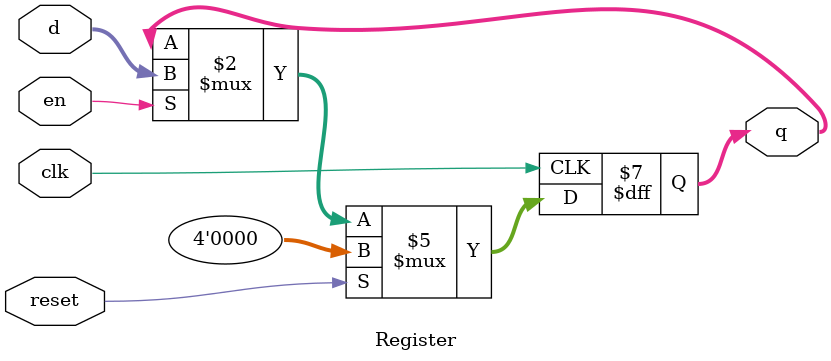
<source format=sv>
`timescale 1ns / 1ps


//module Register#(
//    parameter n = 4 // Parameterized bit-width of the register
//)(
//    input  clk,                 
//    input  [n-1:0] d,           
//    input  en,
//    input reset    ,           
//    output reg [n-1:0] q        
//);

//    always @(posedge clk) begin 
//        if (!en | reset )             
//            q <= 0;             
//        else
//            q <= d;             
//    end 

//endmodule

//module Register#(
//    parameter n = 4 // Parameterized bit-width of the register
//)(
//    input  clk,                 
//    input  [n-1:0] d,           
//    input  en,
//    input  reset,           
//    output reg [n-1:0] q        
//);

//    always @(posedge clk) begin 
//        if (reset)             
//            q <= 0;           // Reset the register to 0
//        else if (en)          
//            q <= d;           // Store the input value if enabled
//    end 

//endmodule

//module Register #(
//    parameter n = 4 // Number of bits for the register
//)(
//    input             clk,                 
//    input             reset,               
//    input             en,                  // Write enable
//    input  [n-1:0]    d,                   // Data input
//    output reg [n-1:0] q                    // Data output
//);

//    always @(posedge clk or posedge reset) begin
//        if (reset)
//            q <= 0;                       // Reset the register to 0
//        else if (en)
//            q <= d;                       // Store the input value if enabled
//    end

//endmodule

module Register#(
    parameter n = 4 // Parameterized bit-width of the register
)(
    input  clk,                 
    input  [n-1:0] d,           
    input  en,
    input  reset,           
    output reg [n-1:0] q        
);

    always @(posedge clk ) begin 
        if (reset)             
            q <= 0;           // Reset the register to 0
        else if (en)          
            q <= d;           // Store the input value if enabled
    end 

endmodule


</source>
